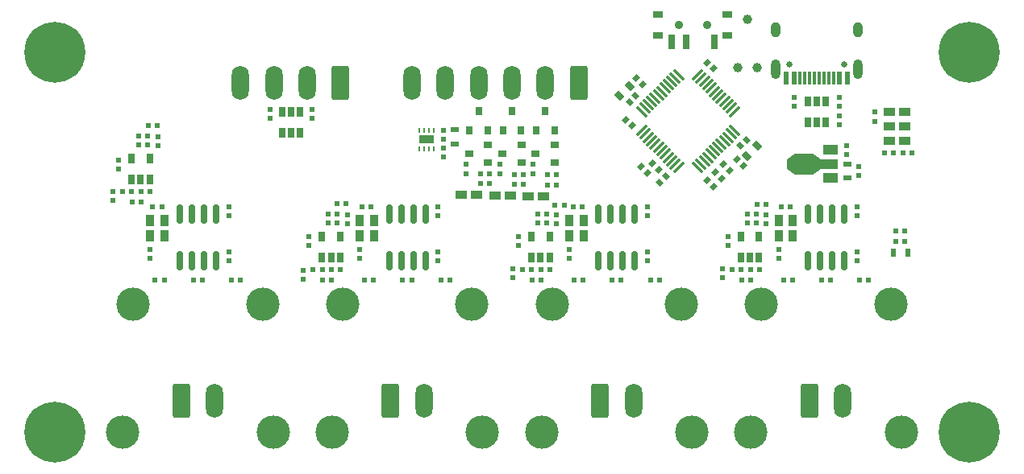
<source format=gts>
G04 #@! TF.GenerationSoftware,KiCad,Pcbnew,6.0.2-378541a8eb~116~ubuntu20.04.1*
G04 #@! TF.CreationDate,2022-03-01T13:47:01+01:00*
G04 #@! TF.ProjectId,temperature-logger,74656d70-6572-4617-9475-72652d6c6f67,rev?*
G04 #@! TF.SameCoordinates,Original*
G04 #@! TF.FileFunction,Soldermask,Top*
G04 #@! TF.FilePolarity,Negative*
%FSLAX46Y46*%
G04 Gerber Fmt 4.6, Leading zero omitted, Abs format (unit mm)*
G04 Created by KiCad (PCBNEW 6.0.2-378541a8eb~116~ubuntu20.04.1) date 2022-03-01 13:47:01*
%MOMM*%
%LPD*%
G01*
G04 APERTURE LIST*
G04 Aperture macros list*
%AMRoundRect*
0 Rectangle with rounded corners*
0 $1 Rounding radius*
0 $2 $3 $4 $5 $6 $7 $8 $9 X,Y pos of 4 corners*
0 Add a 4 corners polygon primitive as box body*
4,1,4,$2,$3,$4,$5,$6,$7,$8,$9,$2,$3,0*
0 Add four circle primitives for the rounded corners*
1,1,$1+$1,$2,$3*
1,1,$1+$1,$4,$5*
1,1,$1+$1,$6,$7*
1,1,$1+$1,$8,$9*
0 Add four rect primitives between the rounded corners*
20,1,$1+$1,$2,$3,$4,$5,0*
20,1,$1+$1,$4,$5,$6,$7,0*
20,1,$1+$1,$6,$7,$8,$9,0*
20,1,$1+$1,$8,$9,$2,$3,0*%
%AMRotRect*
0 Rectangle, with rotation*
0 The origin of the aperture is its center*
0 $1 length*
0 $2 width*
0 $3 Rotation angle, in degrees counterclockwise*
0 Add horizontal line*
21,1,$1,$2,0,0,$3*%
%AMOutline4P*
0 Free polygon, 4 corners , with rotation*
0 The origin of the aperture is its center*
0 number of corners: always 4*
0 $1 to $8 corner X, Y*
0 $9 Rotation angle, in degrees counterclockwise*
0 create outline with 4 corners*
4,1,4,$1,$2,$3,$4,$5,$6,$7,$8,$1,$2,$9*%
G04 Aperture macros list end*
%ADD10C,3.500000*%
%ADD11RotRect,0.500000X0.600000X135.000000*%
%ADD12RotRect,0.500000X0.600000X315.000000*%
%ADD13RotRect,0.500000X0.600000X225.000000*%
%ADD14RotRect,0.500000X0.600000X45.000000*%
%ADD15R,0.900000X0.600000*%
%ADD16R,0.600000X0.500000*%
%ADD17RotRect,0.600000X0.900000X45.000000*%
%ADD18RotRect,0.600000X0.900000X225.000000*%
%ADD19R,0.500000X0.600000*%
%ADD20R,0.850000X1.225000*%
%ADD21C,6.400000*%
%ADD22C,0.800000*%
%ADD23C,0.650000*%
%ADD24R,0.600000X1.450000*%
%ADD25R,0.300000X1.450000*%
%ADD26O,1.000000X1.600000*%
%ADD27O,1.000000X2.100000*%
%ADD28RoundRect,0.250000X0.650000X1.550000X-0.650000X1.550000X-0.650000X-1.550000X0.650000X-1.550000X0*%
%ADD29O,1.800000X3.600000*%
%ADD30R,0.800000X0.900000*%
%ADD31R,0.900000X0.800000*%
%ADD32R,1.000000X0.800000*%
%ADD33C,0.900000*%
%ADD34R,0.700000X1.500000*%
%ADD35R,0.650000X1.060000*%
%ADD36R,1.500000X1.000000*%
%ADD37Outline4P,-1.100000X-0.425000X1.100000X-0.425000X0.500000X0.425000X-0.500000X0.425000X90.000000*%
%ADD38R,1.840000X2.200000*%
%ADD39R,1.800000X1.000000*%
%ADD40Outline4P,-1.100000X-0.500000X1.100000X-0.500000X0.400000X0.500000X-0.400000X0.500000X270.000000*%
%ADD41RoundRect,0.075000X-0.415425X-0.521491X0.521491X0.415425X0.415425X0.521491X-0.521491X-0.415425X0*%
%ADD42RoundRect,0.075000X0.415425X-0.521491X0.521491X-0.415425X-0.415425X0.521491X-0.521491X0.415425X0*%
%ADD43RoundRect,0.150000X0.150000X-0.825000X0.150000X0.825000X-0.150000X0.825000X-0.150000X-0.825000X0*%
%ADD44R,1.225000X0.850000*%
%ADD45RoundRect,0.250000X-0.650000X-1.550000X0.650000X-1.550000X0.650000X1.550000X-0.650000X1.550000X0*%
%ADD46R,0.600000X0.900000*%
%ADD47R,0.250000X0.500000*%
%ADD48R,1.600000X0.900000*%
%ADD49C,0.988060*%
%ADD50C,0.985520*%
G04 APERTURE END LIST*
D10*
X142800000Y-81500000D03*
X129200000Y-81500000D03*
X143900000Y-95000000D03*
X128100000Y-95000000D03*
D11*
X124130437Y-56748709D03*
X123465757Y-56084029D03*
D12*
X114980476Y-62094437D03*
X115645156Y-62759117D03*
D13*
X115998709Y-59619563D03*
X115334029Y-60284243D03*
D12*
X117767660Y-66717660D03*
X118432340Y-67382340D03*
D14*
X127001291Y-64880437D03*
X127665971Y-64215757D03*
D15*
X138200000Y-66750000D03*
X138200000Y-68250000D03*
D16*
X139400000Y-67030000D03*
X139400000Y-67970000D03*
D17*
X127669670Y-65930330D03*
X128730330Y-64869670D03*
D18*
X115330330Y-58569670D03*
X114269670Y-59630330D03*
D16*
X138100000Y-65770000D03*
X138100000Y-64830000D03*
X137400000Y-62670000D03*
X137400000Y-61730000D03*
D11*
X117232340Y-67732340D03*
X116567660Y-67067660D03*
D16*
X139250000Y-76030000D03*
X139250000Y-76970000D03*
D19*
X136470000Y-79000000D03*
X135530000Y-79000000D03*
D16*
X117250000Y-76030000D03*
X117250000Y-76970000D03*
D19*
X114470000Y-79000000D03*
X113530000Y-79000000D03*
D16*
X95250000Y-76030000D03*
X95250000Y-76970000D03*
D19*
X92470000Y-79000000D03*
X91530000Y-79000000D03*
D16*
X73250000Y-76030000D03*
X73250000Y-76970000D03*
D19*
X70470000Y-79000000D03*
X69530000Y-79000000D03*
D15*
X97000000Y-64650000D03*
X97000000Y-63150000D03*
D16*
X95800000Y-65130000D03*
X95800000Y-66070000D03*
D20*
X131000000Y-72687500D03*
X131000000Y-74312500D03*
X132500000Y-74312500D03*
X132500000Y-72687500D03*
X109000000Y-72687500D03*
X109000000Y-74312500D03*
X110500000Y-74312500D03*
X110500000Y-72687500D03*
X87000000Y-72687500D03*
X87000000Y-74312500D03*
X88499999Y-74312500D03*
X88499999Y-72687500D03*
X65000000Y-72687500D03*
X65000000Y-74312500D03*
X66500000Y-74312500D03*
X66500000Y-72687500D03*
D19*
X140445000Y-79000000D03*
X139505000Y-79000000D03*
X131530000Y-79000000D03*
X132470000Y-79000000D03*
X118470000Y-79000000D03*
X117530000Y-79000000D03*
X109530000Y-79000000D03*
X110470000Y-79000000D03*
X96470000Y-79000000D03*
X95530000Y-79000000D03*
X87530000Y-79000000D03*
X88470000Y-79000000D03*
X74470000Y-79000000D03*
X73530000Y-79000000D03*
X65530000Y-79000000D03*
X66470000Y-79000000D03*
D21*
X55000000Y-55000000D03*
D22*
X53302944Y-53302944D03*
X53302944Y-56697056D03*
X55000000Y-57400000D03*
X56697056Y-53302944D03*
X56697056Y-56697056D03*
X55000000Y-52600000D03*
X57400000Y-55000000D03*
X52600000Y-55000000D03*
X148600000Y-55000000D03*
X152697056Y-53302944D03*
X149302944Y-56697056D03*
D21*
X151000000Y-55000000D03*
D22*
X152697056Y-56697056D03*
X151000000Y-57400000D03*
X153400000Y-55000000D03*
X149302944Y-53302944D03*
X151000000Y-52600000D03*
X56697056Y-96697056D03*
X56697056Y-93302944D03*
X55000000Y-92600000D03*
X53302944Y-96697056D03*
X57400000Y-95000000D03*
X53302944Y-93302944D03*
D21*
X55000000Y-95000000D03*
D22*
X52600000Y-95000000D03*
X55000000Y-97400000D03*
D21*
X151000000Y-95000000D03*
D22*
X152697056Y-96697056D03*
X152697056Y-93302944D03*
X148600000Y-95000000D03*
X153400000Y-95000000D03*
X151000000Y-92600000D03*
X149302944Y-93302944D03*
X149302944Y-96697056D03*
X151000000Y-97400000D03*
D23*
X132110000Y-56305000D03*
X137890000Y-56305000D03*
D24*
X138200000Y-57750000D03*
X137400000Y-57750000D03*
D25*
X136250000Y-57750000D03*
X135250000Y-57750000D03*
X134750000Y-57750000D03*
X133750000Y-57750000D03*
D24*
X137400000Y-57750000D03*
X138200000Y-57750000D03*
X131800000Y-57750000D03*
X132600000Y-57750000D03*
D25*
X133250000Y-57750000D03*
X134250000Y-57750000D03*
X135750000Y-57750000D03*
X136750000Y-57750000D03*
D24*
X132600000Y-57750000D03*
X131800000Y-57750000D03*
D26*
X130680000Y-52655000D03*
D27*
X139320000Y-56835000D03*
X130680000Y-56835000D03*
D26*
X139320000Y-52655000D03*
D10*
X120800000Y-81500000D03*
X107200000Y-81500000D03*
X106100000Y-95000000D03*
X121900000Y-95000000D03*
X98800000Y-81500000D03*
X85200000Y-81500000D03*
X84100000Y-95000000D03*
X99900000Y-95000000D03*
X76800000Y-81500000D03*
X63200000Y-81500000D03*
X77900000Y-95000000D03*
X62100000Y-95000000D03*
D28*
X110000000Y-58250000D03*
D29*
X106500000Y-58250000D03*
X103000000Y-58250000D03*
X99500000Y-58250000D03*
X96000000Y-58250000D03*
X92500000Y-58250000D03*
D28*
X85000000Y-58250000D03*
D29*
X81500000Y-58250000D03*
X78000000Y-58250000D03*
X74500000Y-58250000D03*
D30*
X105550000Y-63200000D03*
X107450000Y-63200000D03*
X106500000Y-61200000D03*
D31*
X107500000Y-66650000D03*
X107500000Y-64750000D03*
X105500000Y-65700000D03*
D30*
X102050000Y-63200000D03*
X103950000Y-63200000D03*
X103000000Y-61200000D03*
D31*
X104000000Y-66650000D03*
X104000000Y-64750000D03*
X102000000Y-65700000D03*
D30*
X98550000Y-63200000D03*
X100450000Y-63200000D03*
X99500000Y-61200000D03*
D31*
X100500000Y-66650000D03*
X100500000Y-64750000D03*
X98500000Y-65700000D03*
D16*
X137400000Y-60670000D03*
X137400000Y-59730000D03*
X132600000Y-59730000D03*
X132600000Y-60670000D03*
D12*
X116067660Y-57767660D03*
X116732340Y-58432340D03*
D16*
X131000000Y-76720000D03*
X131000000Y-75780000D03*
D19*
X132220000Y-71250000D03*
X131280000Y-71250000D03*
D16*
X139250000Y-72220000D03*
X139250000Y-71280000D03*
X109000000Y-76720000D03*
X109000000Y-75780000D03*
D19*
X110370000Y-71250000D03*
X109430000Y-71250000D03*
D16*
X117250000Y-72220000D03*
X117250000Y-71280000D03*
X87000000Y-76720000D03*
X87000000Y-75780000D03*
D19*
X88220000Y-71250000D03*
X87280000Y-71250000D03*
D16*
X95250000Y-72220000D03*
X95250000Y-71280000D03*
X65000000Y-76720000D03*
X65000000Y-75780000D03*
D19*
X66220000Y-71250000D03*
X65280000Y-71250000D03*
D16*
X73250000Y-72220000D03*
X73250000Y-71280000D03*
X82000000Y-61970000D03*
X82000000Y-61030000D03*
X77600000Y-61030000D03*
X77600000Y-61970000D03*
X105200000Y-66830000D03*
X105200000Y-67770000D03*
D19*
X106730000Y-67900000D03*
X107670000Y-67900000D03*
D16*
X101700000Y-66830000D03*
X101700000Y-67770000D03*
D19*
X103230000Y-67900000D03*
X104170000Y-67900000D03*
D16*
X98200000Y-66830000D03*
X98200000Y-67770000D03*
D32*
X118350000Y-53280000D03*
X125650000Y-51070000D03*
X118350000Y-51070000D03*
D33*
X123500000Y-52170000D03*
D32*
X125650000Y-53280000D03*
D33*
X120500000Y-52170000D03*
D34*
X124250000Y-53930000D03*
X121250000Y-53930000D03*
X119750000Y-53930000D03*
D35*
X134050000Y-62350000D03*
X135000000Y-62350000D03*
X135950000Y-62350000D03*
X135950000Y-60150000D03*
X135000000Y-60150000D03*
X134050000Y-60150000D03*
D36*
X136480000Y-68250000D03*
D37*
X132333000Y-66750000D03*
D38*
X133666500Y-66750000D03*
D39*
X136333500Y-66750000D03*
D40*
X135076200Y-66750000D03*
D36*
X136480000Y-65250000D03*
D41*
X116612124Y-63248788D03*
X116965678Y-63602342D03*
X117319231Y-63955895D03*
X117672785Y-64309449D03*
X118026338Y-64663002D03*
X118379891Y-65016555D03*
X118733445Y-65370109D03*
X119086998Y-65723662D03*
X119440551Y-66077215D03*
X119794105Y-66430769D03*
X120147658Y-66784322D03*
X120501212Y-67137876D03*
D42*
X122498788Y-67137876D03*
X122852342Y-66784322D03*
X123205895Y-66430769D03*
X123559449Y-66077215D03*
X123913002Y-65723662D03*
X124266555Y-65370109D03*
X124620109Y-65016555D03*
X124973662Y-64663002D03*
X125327215Y-64309449D03*
X125680769Y-63955895D03*
X126034322Y-63602342D03*
X126387876Y-63248788D03*
D41*
X126387876Y-61251212D03*
X126034322Y-60897658D03*
X125680769Y-60544105D03*
X125327215Y-60190551D03*
X124973662Y-59836998D03*
X124620109Y-59483445D03*
X124266555Y-59129891D03*
X123913002Y-58776338D03*
X123559449Y-58422785D03*
X123205895Y-58069231D03*
X122852342Y-57715678D03*
X122498788Y-57362124D03*
D42*
X120501212Y-57362124D03*
X120147658Y-57715678D03*
X119794105Y-58069231D03*
X119440551Y-58422785D03*
X119086998Y-58776338D03*
X118733445Y-59129891D03*
X118379891Y-59483445D03*
X118026338Y-59836998D03*
X117672785Y-60190551D03*
X117319231Y-60544105D03*
X116965678Y-60897658D03*
X116612124Y-61251212D03*
D43*
X134095000Y-76975000D03*
X135365000Y-76975000D03*
X136635000Y-76975000D03*
X137905000Y-76975000D03*
X137905000Y-72025000D03*
X136635000Y-72025000D03*
X135365000Y-72025000D03*
X134095000Y-72025000D03*
X112095000Y-76975000D03*
X113365000Y-76975000D03*
X114635000Y-76975000D03*
X115905000Y-76975000D03*
X115905000Y-72025000D03*
X114635000Y-72025000D03*
X113365000Y-72025000D03*
X112095000Y-72025000D03*
X90095000Y-76975000D03*
X91365000Y-76975000D03*
X92635000Y-76975000D03*
X93905000Y-76975000D03*
X93905000Y-72025000D03*
X92635000Y-72025000D03*
X91365000Y-72025000D03*
X90095000Y-72025000D03*
X68095000Y-76975000D03*
X69365000Y-76975000D03*
X70635000Y-76975000D03*
X71905000Y-76975000D03*
X71905000Y-72025000D03*
X70635000Y-72025000D03*
X69365000Y-72025000D03*
X68095000Y-72025000D03*
D11*
X127307340Y-66932340D03*
X126642660Y-66267660D03*
X125832340Y-67432340D03*
X125167660Y-66767660D03*
D19*
X127730000Y-72000000D03*
X128670000Y-72000000D03*
D11*
X124982340Y-68282340D03*
X124317660Y-67617660D03*
D19*
X105730000Y-72000000D03*
X106670000Y-72000000D03*
D11*
X124132340Y-69132340D03*
X123467660Y-68467660D03*
D19*
X83730000Y-72000000D03*
X84670000Y-72000000D03*
D14*
X118467660Y-68732340D03*
X119132340Y-68067660D03*
D19*
X63830000Y-63800000D03*
X64770000Y-63800000D03*
D44*
X142612500Y-61300000D03*
X144237500Y-61300000D03*
X144212500Y-62800000D03*
X142587500Y-62800000D03*
X142587500Y-64300000D03*
X144212500Y-64300000D03*
X104687500Y-70200000D03*
X106312500Y-70200000D03*
X101187500Y-70100000D03*
X102812500Y-70100000D03*
X97687500Y-70000000D03*
X99312500Y-70000000D03*
D45*
X134250000Y-91700000D03*
D29*
X137750000Y-91700000D03*
D45*
X112250000Y-91700000D03*
D29*
X115750000Y-91700000D03*
D45*
X90250000Y-91700000D03*
D29*
X93750000Y-91700000D03*
D45*
X68250000Y-91700000D03*
D29*
X71750000Y-91700000D03*
D19*
X144030000Y-65600000D03*
X144970000Y-65600000D03*
D16*
X141100000Y-62270000D03*
X141100000Y-61330000D03*
D19*
X142130000Y-65600000D03*
X143070000Y-65600000D03*
X143330000Y-73800000D03*
X144270000Y-73800000D03*
X144270000Y-74900000D03*
X143330000Y-74900000D03*
X127730000Y-73000000D03*
X128670000Y-73000000D03*
X126130000Y-77900000D03*
X127070000Y-77900000D03*
X128705000Y-71000000D03*
X129645000Y-71000000D03*
D16*
X129700000Y-72130000D03*
X129700000Y-73070000D03*
D19*
X128970000Y-77900000D03*
X128030000Y-77900000D03*
X127130000Y-79000000D03*
X128070000Y-79000000D03*
D16*
X125100000Y-77830000D03*
X125100000Y-78770000D03*
D19*
X105730000Y-73000000D03*
X106670000Y-73000000D03*
X104130000Y-77900000D03*
X105070000Y-77900000D03*
X107530000Y-71100000D03*
X108470000Y-71100000D03*
D16*
X107700000Y-72130000D03*
X107700000Y-73070000D03*
D19*
X106970000Y-77900000D03*
X106030000Y-77900000D03*
X105130000Y-79000000D03*
X106070000Y-79000000D03*
D16*
X103100000Y-77830000D03*
X103100000Y-78770000D03*
D19*
X83730000Y-73000000D03*
X84670000Y-73000000D03*
X82130000Y-77900000D03*
X83070000Y-77900000D03*
X84630000Y-70900000D03*
X85570000Y-70900000D03*
D16*
X85700000Y-72130000D03*
X85700000Y-73070000D03*
D19*
X84970000Y-77900000D03*
X84030000Y-77900000D03*
X83130000Y-79000000D03*
X84070000Y-79000000D03*
D16*
X81100000Y-77930000D03*
X81100000Y-78870000D03*
D19*
X63830000Y-64800000D03*
X64770000Y-64800000D03*
X62130000Y-69700000D03*
X63070000Y-69700000D03*
X64830000Y-62750000D03*
X65770000Y-62750000D03*
D16*
X65800000Y-63930000D03*
X65800000Y-64870000D03*
D19*
X64970000Y-69700000D03*
X64030000Y-69700000D03*
X63130000Y-70800000D03*
X64070000Y-70800000D03*
D16*
X61100000Y-69660000D03*
X61100000Y-70600000D03*
D19*
X106730000Y-69000000D03*
X107670000Y-69000000D03*
X103230000Y-68900000D03*
X104170000Y-68900000D03*
X99730000Y-68800000D03*
X100670000Y-68800000D03*
D46*
X144550000Y-76100000D03*
X143050000Y-76100000D03*
D35*
X127050000Y-76600000D03*
X128000000Y-76600000D03*
X128950000Y-76600000D03*
X128950000Y-74400000D03*
X127050000Y-74400000D03*
X105050000Y-76600000D03*
X106000000Y-76600000D03*
X106950000Y-76600000D03*
X106950000Y-74400000D03*
X105050000Y-74400000D03*
X83050000Y-76600000D03*
X84000000Y-76600000D03*
X84950000Y-76600000D03*
X84950000Y-74400000D03*
X83050000Y-74400000D03*
X80750000Y-61300000D03*
X79800000Y-61300000D03*
X78850000Y-61300000D03*
X78850000Y-63500000D03*
X79800000Y-63500000D03*
X80750000Y-63500000D03*
D19*
X99730000Y-67800000D03*
X100670000Y-67800000D03*
D16*
X95800000Y-64170000D03*
X95800000Y-63230000D03*
D47*
X94750000Y-63250000D03*
X94250000Y-63250000D03*
X93750000Y-63250000D03*
X93250000Y-63250000D03*
X93250000Y-65150000D03*
X93750000Y-65150000D03*
X94250000Y-65150000D03*
X94750000Y-65150000D03*
D48*
X94000000Y-64200000D03*
D16*
X125700000Y-75370000D03*
X125700000Y-74430000D03*
X103700000Y-75370000D03*
X103700000Y-74430000D03*
X81700000Y-75370000D03*
X81700000Y-74430000D03*
X61700000Y-67270000D03*
X61700000Y-66330000D03*
D35*
X63050000Y-68400000D03*
X64000000Y-68400000D03*
X64950000Y-68400000D03*
X64950000Y-66200000D03*
X63050000Y-66200000D03*
D49*
X127700000Y-51510000D03*
D50*
X128716000Y-56590000D03*
X126684000Y-56590000D03*
M02*

</source>
